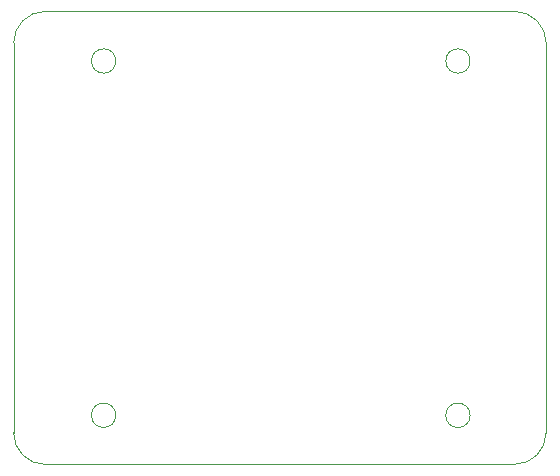
<source format=gbr>
%TF.GenerationSoftware,KiCad,Pcbnew,(5.1.10)-1*%
%TF.CreationDate,2023-08-12T08:02:15-05:00*%
%TF.ProjectId,perovskite_router,7065726f-7673-46b6-9974-655f726f7574,A*%
%TF.SameCoordinates,Original*%
%TF.FileFunction,Profile,NP*%
%FSLAX46Y46*%
G04 Gerber Fmt 4.6, Leading zero omitted, Abs format (unit mm)*
G04 Created by KiCad (PCBNEW (5.1.10)-1) date 2023-08-12 08:02:15*
%MOMM*%
%LPD*%
G01*
G04 APERTURE LIST*
%TA.AperFunction,Profile*%
%ADD10C,0.050000*%
%TD*%
G04 APERTURE END LIST*
D10*
X177673000Y-114300000D02*
G75*
G02*
X175006000Y-116967000I-2667000J0D01*
G01*
X175006000Y-78613000D02*
G75*
G02*
X177673000Y-81280000I0J-2667000D01*
G01*
X132588000Y-81280000D02*
G75*
G02*
X135255000Y-78613000I2667000J0D01*
G01*
X135255000Y-116967000D02*
G75*
G02*
X132588000Y-114300000I0J2667000D01*
G01*
X135255000Y-116967000D02*
X175006000Y-116967000D01*
X132588000Y-110998000D02*
X132588000Y-114300000D01*
X177673000Y-110998000D02*
X177673000Y-114300000D01*
X177673000Y-81280000D02*
X177673000Y-110998000D01*
X135255000Y-78613000D02*
X175006000Y-78613000D01*
X132588000Y-110998000D02*
X132588000Y-81280000D01*
X171235004Y-82816000D02*
G75*
G03*
X171235004Y-82816000I-1030000J0D01*
G01*
X171235004Y-112816000D02*
G75*
G03*
X171235004Y-112816000I-1030000J0D01*
G01*
X141235004Y-82816000D02*
G75*
G03*
X141235004Y-82816000I-1030000J0D01*
G01*
X141235004Y-112816000D02*
G75*
G03*
X141235004Y-112816000I-1030000J0D01*
G01*
M02*

</source>
